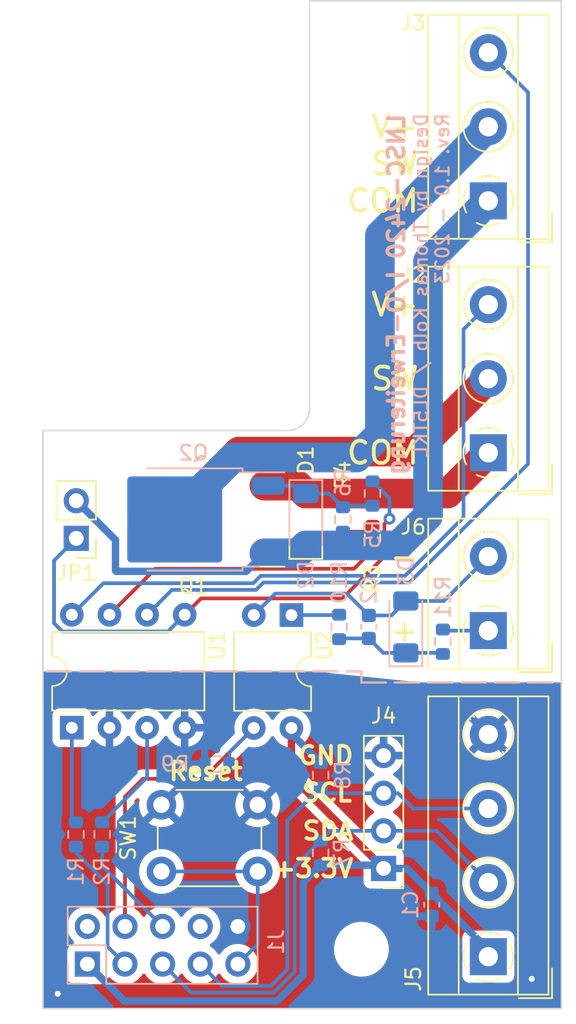
<source format=kicad_pcb>
(kicad_pcb (version 20221018) (generator pcbnew)

  (general
    (thickness 1.6)
  )

  (paper "A4")
  (title_block
    (comment 4 "AISLER Project ID: MMZWVBWR")
  )

  (layers
    (0 "F.Cu" signal)
    (31 "B.Cu" signal)
    (32 "B.Adhes" user "B.Adhesive")
    (33 "F.Adhes" user "F.Adhesive")
    (34 "B.Paste" user)
    (35 "F.Paste" user)
    (36 "B.SilkS" user "B.Silkscreen")
    (37 "F.SilkS" user "F.Silkscreen")
    (38 "B.Mask" user)
    (39 "F.Mask" user)
    (40 "Dwgs.User" user "User.Drawings")
    (41 "Cmts.User" user "User.Comments")
    (42 "Eco1.User" user "User.Eco1")
    (43 "Eco2.User" user "User.Eco2")
    (44 "Edge.Cuts" user)
    (45 "Margin" user)
    (46 "B.CrtYd" user "B.Courtyard")
    (47 "F.CrtYd" user "F.Courtyard")
    (48 "B.Fab" user)
    (49 "F.Fab" user)
    (50 "User.1" user)
    (51 "User.2" user)
    (52 "User.3" user)
    (53 "User.4" user)
    (54 "User.5" user)
    (55 "User.6" user)
    (56 "User.7" user)
    (57 "User.8" user)
    (58 "User.9" user)
  )

  (setup
    (stackup
      (layer "F.SilkS" (type "Top Silk Screen"))
      (layer "F.Paste" (type "Top Solder Paste"))
      (layer "F.Mask" (type "Top Solder Mask") (thickness 0.01))
      (layer "F.Cu" (type "copper") (thickness 0.035))
      (layer "dielectric 1" (type "core") (thickness 1.51) (material "FR4") (epsilon_r 4.5) (loss_tangent 0.02))
      (layer "B.Cu" (type "copper") (thickness 0.035))
      (layer "B.Mask" (type "Bottom Solder Mask") (thickness 0.01))
      (layer "B.Paste" (type "Bottom Solder Paste"))
      (layer "B.SilkS" (type "Bottom Silk Screen"))
      (copper_finish "None")
      (dielectric_constraints no)
    )
    (pad_to_mask_clearance 0)
    (aux_axis_origin 17.5 96)
    (grid_origin 126.215 113.97)
    (pcbplotparams
      (layerselection 0x00010fc_ffffffff)
      (plot_on_all_layers_selection 0x0000000_00000000)
      (disableapertmacros false)
      (usegerberextensions false)
      (usegerberattributes true)
      (usegerberadvancedattributes true)
      (creategerberjobfile true)
      (dashed_line_dash_ratio 12.000000)
      (dashed_line_gap_ratio 3.000000)
      (svgprecision 6)
      (plotframeref false)
      (viasonmask false)
      (mode 1)
      (useauxorigin false)
      (hpglpennumber 1)
      (hpglpenspeed 20)
      (hpglpendiameter 15.000000)
      (dxfpolygonmode true)
      (dxfimperialunits true)
      (dxfusepcbnewfont true)
      (psnegative false)
      (psa4output false)
      (plotreference true)
      (plotvalue true)
      (plotinvisibletext false)
      (sketchpadsonfab false)
      (subtractmaskfromsilk false)
      (outputformat 1)
      (mirror false)
      (drillshape 1)
      (scaleselection 1)
      (outputdirectory "")
    )
  )

  (net 0 "")
  (net 1 "+3.3V")
  (net 2 "GND")
  (net 3 "Net-(C2-Pad1)")
  (net 4 "Net-(C2-Pad2)")
  (net 5 "Net-(D1-Pad1)")
  (net 6 "Net-(D2-Pad1)")
  (net 7 "+5V")
  (net 8 "/GPIO_PA5")
  (net 9 "/GPIO_PA7")
  (net 10 "/SDA")
  (net 11 "/GPIO_PA6")
  (net 12 "/SCL")
  (net 13 "unconnected-(J1-Pad8)")
  (net 14 "/NRST")
  (net 15 "/COMA")
  (net 16 "Net-(J6-Pad1)")
  (net 17 "Net-(JP1-Pad1)")
  (net 18 "Net-(R1-Pad2)")
  (net 19 "Net-(R2-Pad2)")
  (net 20 "Net-(R3-Pad1)")
  (net 21 "Net-(R10-Pad1)")
  (net 22 "/COMB")
  (net 23 "/V+A")
  (net 24 "/SWA")
  (net 25 "/V+B")
  (net 26 "/SWB")

  (footprint "Package_DIP:DIP-4_W7.62mm" (layer "F.Cu") (at 121.49 91.42 -90))

  (footprint "Resistor_SMD:R_0603_1608Metric" (layer "F.Cu") (at 126.965 86.22 90))

  (footprint "Button_Switch_THT:SW_PUSH_6mm" (layer "F.Cu") (at 112.715 104.22))

  (footprint "TerminalBlock_MetzConnect:TerminalBlock_MetzConnect_Type055_RT01502HDWU_1x02_P5.00mm_Horizontal" (layer "F.Cu") (at 134.785 92.47 90))

  (footprint "Package_DIP:DIP-8_W7.62mm" (layer "F.Cu") (at 106.665 99.02 90))

  (footprint "Connector_PinHeader_2.54mm:PinHeader_1x04_P2.54mm_Vertical" (layer "F.Cu") (at 127.715 108.52 180))

  (footprint "Diode_SMD:D_MiniMELF" (layer "F.Cu") (at 122.465 84.97 90))

  (footprint "TerminalBlock_MetzConnect:TerminalBlock_MetzConnect_Type055_RT01504HDWU_1x04_P5.00mm_Horizontal" (layer "F.Cu") (at 134.785 114.47 90))

  (footprint "Connector_PinHeader_2.54mm:PinHeader_1x02_P2.54mm_Vertical" (layer "F.Cu") (at 106.965 86.245 180))

  (footprint "TerminalBlock_MetzConnect:TerminalBlock_MetzConnect_Type055_RT01503HDWU_1x03_P5.00mm_Horizontal" (layer "F.Cu") (at 134.785 63.47 90))

  (footprint "TerminalBlock_MetzConnect:TerminalBlock_MetzConnect_Type055_RT01503HDWU_1x03_P5.00mm_Horizontal" (layer "F.Cu") (at 134.785 80.47 90))

  (footprint "Package_TO_SOT_SMD:TO-252-2" (layer "F.Cu") (at 114.875 84.97 180))

  (footprint "Resistor_SMD:R_0603_1608Metric" (layer "F.Cu") (at 124.965 84.97 90))

  (footprint "MountingHole:MountingHole_3.2mm_M3" (layer "F.Cu") (at 126.215 113.97))

  (footprint "MountingHole:MountingHole_3.2mm_M3_DIN965" (layer "F.Cu") (at 126.215 53.97))

  (footprint "Resistor_SMD:R_0603_1608Metric" (layer "B.Cu") (at 131.715 93.22 90))

  (footprint "Resistor_SMD:R_0603_1608Metric" (layer "B.Cu") (at 108.715 106.22 90))

  (footprint "Resistor_SMD:R_0603_1608Metric" (layer "B.Cu") (at 116.465 101.47))

  (footprint "Capacitor_SMD:C_0603_1608Metric" (layer "B.Cu") (at 126.715 92.22 -90))

  (footprint "Package_TO_SOT_SMD:TO-252-2" (layer "B.Cu") (at 114.875 84.97 180))

  (footprint "Resistor_SMD:R_0603_1608Metric" (layer "B.Cu") (at 124.965 84.97 -90))

  (footprint "Resistor_SMD:R_0603_1608Metric" (layer "B.Cu") (at 126.965 83.22 -90))

  (footprint "Diode_SMD:D_MiniMELF" (layer "B.Cu") (at 129.215 92.22 90))

  (footprint "Resistor_SMD:R_0603_1608Metric" (layer "B.Cu") (at 123.465 107.47 90))

  (footprint "Resistor_SMD:R_0603_1608Metric" (layer "B.Cu") (at 123.465 102.22 -90))

  (footprint "Capacitor_SMD:C_0603_1608Metric" (layer "B.Cu") (at 130.965 110.97 -90))

  (footprint "Diode_SMD:D_MiniMELF" (layer "B.Cu") (at 122.465 84.97 -90))

  (footprint "Resistor_SMD:R_0603_1608Metric" (layer "B.Cu") (at 124.715 92.22 -90))

  (footprint "Resistor_SMD:R_0603_1608Metric" (layer "B.Cu") (at 106.945 106.22 90))

  (footprint "Connector_PinSocket_2.54mm:PinSocket_2x05_P2.54mm_Vertical" (layer "B.Cu") (at 107.715 114.97 -90))

  (gr_line (start 126.215 95.97) (end 139.465 95.97)
    (stroke (width 0.15) (type dash)) (layer "B.SilkS") (tstamp 2ba19a51-7ae4-4366-ba9b-20337b131fc9))
  (gr_line (start 126.215 95.22) (end 126.215 95.97)
    (stroke (width 0.15) (type dash)) (layer "B.SilkS") (tstamp 3b871d72-a3bf-4e12-a53b-31b84b275297))
  (gr_line (start 104.965 95.22) (end 126.215 95.22)
    (stroke (width 0.15) (type dash)) (layer "B.SilkS") (tstamp a9bbbe51-2c9c-49bc-857d-a995cd41e896))
  (gr_line (start 126.215 95.22) (end 126.215 95.97)
    (stroke (width 0.15) (type dash)) (layer "F.SilkS") (tstamp 6f41132b-d744-48af-a8f6-8822a5e16c76))
  (gr_line (start 104.965 95.22) (end 126.215 95.22)
    (stroke (width 0.15) (type dash)) (layer "F.SilkS") (tstamp 95869746-f9a4-4d2c-9af9-5086eecb06ca))
  (gr_line (start 126.215 95.97) (end 139.465 95.97)
    (stroke (width 0.15) (type dash)) (layer "F.SilkS") (tstamp cae8f220-feb7-4d45-af99-d3318e145d5f))
  (gr_arc (start 122.715 77.47) (mid 122.27566 78.53066) (end 121.215 78.97)
    (stroke (width 0.1) (type default)) (layer "Edge.Cuts") (tstamp 030a027a-9acd-4525-b5c0-a700f359ca1b))
  (gr_line (start 121.215 78.97) (end 104.715 78.97)
    (stroke (width 0.1) (type solid)) (layer "Edge.Cuts") (tstamp 35e11acd-f4f1-4341-975c-1ee0e7109e91))
  (gr_line (start 104.715 78.97) (end 104.715 117.97)
    (stroke (width 0.1) (type solid)) (layer "Edge.Cuts") (tstamp 68078a17-fa53-4597-a36b-f970063078a5))
  (gr_line (start 139.715 117.97) (end 139.715 49.97)
    (stroke (width 0.1) (type solid)) (layer "Edge.Cuts") (tstamp 88ee980b-5e82-428f-acf0-73225fcb6036))
  (gr_line (start 122.715 49.97) (end 122.715 77.47)
    (stroke (width 0.1) (type solid)) (layer "Edge.Cuts") (tstamp 9f631020-5b08-4399-abea-ff31d4c1f972))
  (gr_line (start 139.715 49.97) (end 122.715 49.97)
    (stroke (width 0.1) (type solid)) (layer "Edge.Cuts") (tstamp b537c198-98c4-4d40-ad72-3000a2954809))
  (gr_line (start 104.715 117.97) (end 139.715 117.97)
    (stroke (width 0.1) (type solid)) (layer "Edge.Cuts") (tstamp e529be16-899b-4739-8a66-90977aef7f8d))
  (gr_text "LNSC-2420 I/O-Erweiterung" (at 129.215 57.47 90) (layer "B.SilkS") (tstamp 058ed881-841b-4c0f-b9f6-561fae9c3643)
    (effects (font (size 1.1 1.1) (thickness 0.25) bold) (justify left bottom mirror))
  )
  (gr_text "Design by Thomas Kolb / DL5TKL\nRev. 1.0 - 2023" (at 132.215 57.47 90) (layer "B.SilkS") (tstamp 0b5a10f8-b329-4ebd-a681-571a34dece0b)
    (effects (font (size 0.9 0.9) (thickness 0.15)) (justify left bottom mirror))
  )
  (gr_text "SW" (at 130.215 75.47) (layer "F.SilkS") (tstamp 032dc4d1-294a-41cb-910a-8bf343c4a157)
    (effects (font (size 1.5 1.5) (thickness 0.25)) (justify right))
  )
  (gr_text "SDA" (at 125.81 105.98) (layer "F.SilkS") (tstamp 0b8b3a5d-a9e0-402c-805b-02a1d7e37614)
    (effects (font (size 1.2 1.2) (thickness 0.25)) (justify right))
  )
  (gr_text "SW" (at 130.215 60.97) (layer "F.SilkS") (tstamp 0e8ece52-eaae-4561-bb88-967a6c1f0c51)
    (effects (font (size 1.5 1.5) (thickness 0.25)) (justify right))
  )
  (gr_text "+" (at 130.215 92.47) (layer "F.SilkS") (tstamp 207a34bf-ed42-4376-ac4c-a11a1a86b95b)
    (effects (font (size 1.5 1.5) (thickness 0.25)) (justify right))
  )
  (gr_text "SCL" (at 125.715 103.41) (layer "F.SilkS") (tstamp 4f597f6f-e4ff-4e29-b5cf-5d5a104e3cfd)
    (effects (font (size 1.2 1.2) (thickness 0.25)) (justify right))
  )
  (gr_text "V+" (at 130.215 58.47) (layer "F.SilkS") (tstamp 9e33723d-1e6e-4906-aa02-7b64f4a93780)
    (effects (font (size 1.5 1.5) (thickness 0.25)) (justify right))
  )
  (gr_text "-" (at 130.215 87.47) (layer "F.SilkS") (tstamp a92ae0ce-251f-4b95-b5c3-3acc68dba005)
    (effects (font (size 1.5 1.5) (thickness 0.25)) (justify right))
  )
  (gr_text "COM" (at 130.215 63.47) (layer "F.SilkS") (tstamp bbb0e7a0-75ef-444e-8435-ec6133e33da7)
    (effects (font (size 1.5 1.5) (thickness 0.25)) (justify right))
  )
  (gr_text "+3.3V" (at 125.81 108.52) (layer "F.SilkS") (tstamp c626ff81-1e58-4033-958a-193398533a98)
    (effects (font (size 1.2 1.2) (thickness 0.25)) (justify right))
  )
  (gr_text "Reset" (at 115.715 101.97) (layer "F.SilkS") (tstamp cc90af8b-a85e-4c88-9ecc-a2c9016b3fe3)
    (effects (font (size 1.2 1.2) (thickness 0.25)))
  )
  (gr_text "GND" (at 125.81 100.9) (layer "F.SilkS") (tstamp d095cc23-523b-4cae-9a33-9e4a67f89221)
    (effects (font (size 1.2 1.2) (thickness 0.25)) (justify right))
  )
  (gr_text "COM" (at 130.215 80.47) (layer "F.SilkS") (tstamp dcb9754f-750b-4035-9e53-4d72d34a99db)
    (effects (font (size 1.5 1.5) (thickness 0.25)) (justify right))
  )
  (gr_text "V+" (at 130.215 70.47) (layer "F.SilkS") (tstamp f167f9d5-b81c-4882-8948-c05821f966e4)
    (effects (font (size 1.5 1.5) (thickness 0.25)) (justify right))
  )

  (segment (start 121.49 99.04) (end 121.49 102.295) (width 0.5) (layer "F.Cu") (net 1) (tstamp 7e1f4873-1b34-4c2b-811e-e44debe81283))
  (segment (start 121.49 102.295) (end 127.715 108.52) (width 0.5) (layer "F.Cu") (net 1) (tstamp e306245d-e7e8-4eff-979c-779965d232d3))
  (segment (start 107.715 114.97) (end 110.215 117.47) (width 0.5) (layer "B.Cu") (net 1) (tstamp 04d2a186-e02f-45bf-9393-32ef274b01f4))
  (segment (start 127.715 108.52) (end 129.29 108.52) (width 0.5) (layer "B.Cu") (net 1) (tstamp 570209b3-8ec6-4aaa-80d4-2976007d4013))
  (segment (start 129.29 108.52) (end 130.965 110.195) (width 0.5) (layer "B.Cu") (net 1) (tstamp 6de627ff-6da7-434d-8e6d-64393a0cfa71))
  (segment (start 134.785 114.47) (end 134.785 114.015) (width 0.5) (layer "B.Cu") (net 1) (tstamp 7c74c9ea-c34f-4ebd-bd16-aeef04ea924b))
  (segment (start 134.785 114.015) (end 130.965 110.195) (width 0.5) (layer "B.Cu") (net 1) (tstamp 921b1f29-3c53-4ced-b324-00183c599f2b))
  (segment (start 127.49 108.295) (end 127.715 108.52) (width 0.5) (layer "B.Cu") (net 1) (tstamp 9252481b-3799-4923-b0bd-94e75fc275bf))
  (segment (start 110.215 117.47) (end 120.527468 117.47) (width 0.5) (layer "B.Cu") (net 1) (tstamp 96b83701-8b59-411a-928c-cc60e1f8eec6))
  (segment (start 123.465 108.295) (end 127.49 108.295) (width 0.5) (layer "B.Cu") (net 1) (tstamp aa0557da-1a8f-4c0a-9ae7-4fc6ba0702f8))
  (segment (start 122.289501 115.707967) (end 122.289501 109.470499) (width 0.5) (layer "B.Cu") (net 1) (tstamp abff66d7-c3af-4d72-a2ab-93bf635ba12d))
  (segment (start 122.289501 109.470499) (end 123.465 108.295) (width 0.5) (layer "B.Cu") (net 1) (tstamp afe6aaf1-b33f-4863-983d-3fc5e7c662bf))
  (segment (start 121.49 99.42) (end 123.465 101.395) (width 0.5) (layer "B.Cu") (net 1) (tstamp b7a5b2ed-b55b-4381-a6f6-e9295a312155))
  (segment (start 120.527468 117.47) (end 122.289501 115.707967) (width 0.5) (layer "B.Cu") (net 1) (tstamp bfb15379-67ce-4e3c-b240-8aac905eaff9))
  (segment (start 121.49 99.04) (end 121.49 99.42) (width 0.5) (layer "B.Cu") (net 1) (tstamp f7bf0c8e-6211-43c6-866e-8ea3b40faa54))
  (via (at 137.715 115.97) (size 0.8) (drill 0.4) (layers "F.Cu" "B.Cu") (free) (net 2) (tstamp 4610faf1-2611-4795-9875-1d71c214f572))
  (via (at 105.715 116.97) (size 0.8) (drill 0.4) (layers "F.Cu" "B.Cu") (free) (net 2) (tstamp ec7dd1dc-ca1e-4036-8d3d-c0c10497affb))
  (segment (start 120.4 89.97) (end 118.95 91.42) (width 0.25) (layer "B.Cu") (net 3) (tstamp 06aa506e-2a0b-4261-a371-a8fb7db2f8bd))
  (segment (start 125.24 89.97) (end 120.4 89.97) (width 0.25) (layer "B.Cu") (net 3) (tstamp 17c42825-afdd-4e3d-8892-08902fd0f179))
  (segment (start 126.715 91.445) (end 125.24 89.97) (width 0.25) (layer "B.Cu") (net 3) (tstamp 1b61e202-0789-46c2-8cda-67cd17bb6931))
  (segment (start 129.215 90.47) (end 131.785 90.47) (width 0.25) (layer "B.Cu") (net 3) (tstamp 2c5c2a83-dead-43c8-90db-160ae066d582))
  (segment (start 128.24 91.445) (end 126.715 91.445) (width 0.25) (layer "B.Cu") (net 3) (tstamp 33999ba5-f506-4b8e-a28c-15316bd9fb59))
  (segment (start 129.215 90.47) (end 128.24 91.445) (width 0.25) (layer "B.Cu") (net 3) (tstamp 4a0f5430-8fc4-472b-b0c9-37e5973c3956))
  (segment (start 131.785 90.47) (end 134.785 87.47) (width 0.25) (layer "B.Cu") (net 3) (tstamp cdd8ea43-6c5c-4b21-a38c-6de41650badd))
  (segment (start 126.715 92.995) (end 124.765 92.995) (width 0.25) (layer "B.Cu") (net 4) (tstamp 280b0aff-6d06-482e-b3e5-63df2ae42b23))
  (segment (start 131.64 93.97) (end 129.215 93.97) (width 0.25) (layer "B.Cu") (net 4) (tstamp 59219c3f-36ab-4732-ae15-ce5fdbb6b359))
  (segment (start 131.715 94.045) (end 131.64 93.97) (width 0.25) (layer "B.Cu") (net 4) (tstamp 82047752-c63b-4779-87cf-c02b2151d992))
  (segment (start 124.765 92.995) (end 124.715 93.045) (width 0.25) (layer "B.Cu") (net 4) (tstamp 9d6c8caa-653b-44cc-a848-f27498abd83b))
  (segment (start 129.215 93.97) (end 127.69 93.97) (width 0.25) (layer "B.Cu") (net 4) (tstamp acf8d619-6634-4694-91c7-1a330d27fb45))
  (segment (start 127.69 93.97) (end 126.715 92.995) (width 0.25) (layer "B.Cu") (net 4) (tstamp f9b5f9a8-8f37-4328-a4ad-56834a6194c9))
  (segment (start 119.665 87.25) (end 121.935 87.25) (width 0.25) (layer "F.Cu") (net 5) (tstamp 0064003c-7e18-4048-a3e2-b10803e3e8b8))
  (segment (start 121.935 87.25) (end 122.465 86.72) (width 0.25) (layer "F.Cu") (net 5) (tstamp 3c66ad0e-ad74-4484-9c52-8f21b865c622))
  (segment (start 122.465 86.72) (end 124.04 86.72) (width 0.25) (layer "F.Cu") (net 5) (tstamp 5e630e5f-a72b-4d7e-9f1a-134c9d6e37c5))
  (segment (start 124.965 85.795) (end 126.565 85.795) (width 0.25) (layer "F.Cu") (net 5) (tstamp 825d00b2-b5be-4650-9bae-064e50431c45))
  (segment (start 124.04 86.72) (end 124.965 85.795) (width 0.25) (layer "F.Cu") (net 5) (tstamp 899ee566-8ed4-43e2-a780-94da3cd89ef7))
  (segment (start 126.565 85.795) (end 126.965 85.395) (width 0.25) (layer "F.Cu") (net 5) (tstamp fe8c6709-182b-4223-85e1-b789a3b76030))
  (segment (start 126.965 84.045) (end 125.065 84.045) (width 0.25) (layer "B.Cu") (net 6) (tstamp 3c3a1dbc-308a-4fb8-b8cb-4145d158531e))
  (segment (start 124.04 83.22) (end 124.965 84.145) (width 0.25) (layer "B.Cu") (net 6) (tstamp 483d53f6-3710-4723-9a60-58eabbac5780))
  (segment (start 121.935 82.69) (end 122.465 83.22) (width 0.25) (layer "B.Cu") (net 6) (tstamp 5913aefd-c576-469c-90b2-bddc2cc187e9))
  (segment (start 125.065 84.045) (end 124.965 84.145) (width 0.25) (layer "B.Cu") (net 6) (tstamp a59bdcf1-09bd-4fac-801a-70d32703a221))
  (segment (start 122.465 83.22) (end 124.04 83.22) (width 0.25) (layer "B.Cu") (net 6) (tstamp da3ba328-b888-49fd-bcc5-22fba7d7fe39))
  (segment (start 119.665 82.69) (end 121.935 82.69) (width 0.25) (layer "B.Cu") (net 6) (tstamp f0cece02-367a-426e-b769-8be0c6c25a79))
  (segment (start 109.08 109.585) (end 106.945 107.45) (width 0.25) (layer "B.Cu") (net 8) (tstamp 1ceac0a7-6ccd-40f2-ad13-d0dadf7337a5))
  (segment (start 106.945 107.45) (end 106.945 107.045) (width 0.25) (layer "B.Cu") (net 8) (tstamp 93cffd01-215e-4e94-b0a6-360fd260f141))
  (segment (start 109.08 113.795) (end 109.08 109.585) (width 0.25) (layer "B.Cu") (net 8) (tstamp f2b92248-2ca6-4407-a664-9e0e665420ed))
  (segment (start 110.255 114.97) (end 109.08 113.795) (width 0.25) (layer "B.Cu") (net 8) (tstamp f7984430-f314-4844-9b53-4ab7a154d912))
  (segment (start 115.52 102.47) (end 118.95 99.04) (width 0.25) (layer "F.Cu") (net 9) (tstamp 2a26b6a1-1b70-4537-853d-c2b53a31ebec))
  (segment (start 111.465 102.47) (end 115.52 102.47) (width 0.25) (layer "F.Cu") (net 9) (tstamp b596a072-1fc3-4a2e-acb1-d4d4bc1c01f4))
  (segment (start 110.255 112.43) (end 110.255 103.68) (width 0.25) (layer "F.Cu") (net 9) (tstamp cb1bd8ab-38c4-4f34-a257-9bc294f3bc76))
  (segment (start 110.255 103.68) (end 111.465 102.47) (width 0.25) (layer "F.Cu") (net 9) (tstamp e2dc8218-c427-42c3-9a57-2e69cd221fc8))
  (segment (start 117.29 100.7) (end 118.95 99.04) (width 0.25) (layer "B.Cu") (net 9) (tstamp 42d7b921-975e-40d0-98b8-55d75e522cfe))
  (segment (start 117.29 101.47) (end 117.29 100.7) (width 0.25) (layer "B.Cu") (net 9) (tstamp 7e2e2d2b-8ec1-4eb2-8465-cff69cbce043))
  (segment (start 121.715 115.47) (end 120.289501 116.895499) (width 0.25) (layer "B.Cu") (net 10) (tstamp 0fdd5a3e-4d33-4502-a3e4-39316197a472))
  (segment (start 121.715 115.47) (end 121.715 108.395) (width 0.25) (layer "B.Cu") (net 10) (tstamp 49dbb81b-dd18-4ad7-b32c-2f6b9a01d0e9))
  (segment (start 124.13 105.98) (end 127.715 105.98) (width 0.25) (layer "B.Cu") (net 10) (tstamp 577a858d-bb78-45d3-96e3-a3991a5e4002))
  (segment (start 120.289501 116.895499) (end 114.720499 116.895499) (width 0.25) (layer "B.Cu") (net 10) (tstamp 65d9fc90-508e-4506-a63c-8e1f332b09c8))
  (segment (start 131.295 105.98) (end 134.785 109.47) (width 0.25) (layer "B.Cu") (net 10) (tstamp c5ef6109-a25d-4a1d-a809-c1c039d7ee62))
  (segment (start 121.715 108.395) (end 123.465 106.645) (width 0.25) (layer "B.Cu") (net 10) (tstamp cb2fce16-5f4d-4f95-a205-414390d701e2))
  (segment (start 123.465 106.645) (end 124.13 105.98) (width 0.25) (layer "B.Cu") (net 10) (tstamp da292654-6daa-4e63-9e4c-beac67acb625))
  (segment (start 127.715 105.98) (end 131.295 105.98) (width 0.25) (layer "B.Cu") (net 10) (tstamp e2daa3d0-5543-4422-af9d-223d1ed3d917))
  (segment (start 114.720499 116.895499) (end 112.795 114.97) (width 0.25) (layer "B.Cu") (net 10) (tstamp e5ad4d31-991d-4472-b07b-37b003c74844))
  (segment (start 112.795 112.43) (end 108.715 108.35) (width 0.25) (layer "B.Cu") (net 11) (tstamp 6a7b4c63-e73c-4387-b4f0-b4998cb880a7))
  (segment (start 108.715 108.35) (end 108.715 107.045) (width 0.25) (layer "B.Cu") (net 11) (tstamp 98d79aba-3151-4e84-825f-b1abfb6b4554))
  (segment (start 134.785 104.47) (end 129.715 104.47) (width 0.25) (layer "B.Cu") (net 12) (tstamp 22b2b082-9c20-4ceb-b20d-ac4da80a081e))
  (segment (start 116.810998 116.445998) (end 120.102606 116.445998) (width 0.25) (layer "B.Cu") (net 12) (tstamp 29ab33d6-40e9-495a-9f67-df0292eea923))
  (segment (start 127.715 103.44) (end 128.685 103.44) (width 0.25) (layer "B.Cu") (net 12) (tstamp 330f5ef6-1775-4a50-bbcb-d4df963b81c2))
  (segment (start 128.685 103.44) (end 129.465 104.22) (width 0.25) (layer "B.Cu") (net 12) (tstamp 5c6acd9e-2b36-4927-8f32-7a2af3bc9f02))
  (segment (start 121.215 115.333604) (end 121.215 105.295) (width 0.25) (layer "B.Cu") (net 12) (tstamp 6496c977-edda-43dc-8613-6426552fe1d7))
  (segment (start 129.715 104.47) (end 129.215 103.97) (width 0.25) (layer "B.Cu") (net 12) (tstamp 6af09d45-999a-484c-99ce-00f1a612c42b))
  (segment (start 123.465 103.045) (end 123.86 103.44) (width 0.25) (layer "B.Cu") (net 12) (tstamp 7430b5fa-2dfd-4764-bcad-1f555de66140))
  (segment (start 115.335 114.97) (end 116.810998 116.445998) (width 0.25) (layer "B.Cu") (net 12) (tstamp 890b2518-14a4-4235-a40e-5811d9da6220))
  (segment (start 120.102606 116.445998) (end 121.215 115.333604) (width 0.25) (layer "B.Cu") (net 12) (tstamp 8ddc1ef8-7246-4a62-be43-e91e31b2b86d))
  (segment (start 123.86 103.44) (end 127.715 103.44) (width 0.25) (layer "B.Cu") (net 12) (tstamp 95d1ae65-afbd-45c4-8093-43be8ba4e179))
  (segment (start 121.215 105.295) (end 123.465 103.045) (width 0.25) (layer "B.Cu") (net 12) (tstamp f79ef529-3ddf-4e89-956f-42b1e8941ef5))
  (segment (start 119.215 113.63) (end 119.215 108.72) (width 0.25) (layer "B.Cu") (net 14) (tstamp 2203503c-308f-4e21-9cb5-e2fe6e661b2f))
  (segment (start 117.875 114.97) (end 119.215 113.63) (width 0.25) (layer "B.Cu") (net 14) (tstamp 3a6f6e34-49da-41c5-8d0c-d73d4dc00de2))
  (segment (start 119.215 108.72) (end 112.715 108.72) (width 0.25) (layer "B.Cu") (net 14) (tstamp ad023b84-c243-42b3-8224-77026aba296a))
  (segment (start 121.935 82.69) (end 122.465 83.22) (width 2) (layer "F.Cu") (net 15) (tstamp 0358890b-8a88-422d-be57-0d3234ee489c))
  (segment (start 132.035 83.22) (end 134.785 80.47) (width 2) (layer "F.Cu") (net 15) (tstamp c1d3b9c9-e80c-4709-a42e-1fb6bc70b7ff))
  (segment (start 122.465 83.22) (end 132.035 83.22) (width 2) (layer "F.Cu") (net 15) (tstamp e04a514d-b650-45f5-a009-f2a27eff7077))
  (segment (start 119.665 82.69) (end 121.935 82.69) (width 2) (layer "F.Cu") (net 15) (tstamp f7ad522e-a822-4fee-aa27-62af89fcbcea))
  (segment (start 131.715 92.395) (end 131.79 92.47) (width 0.25) (layer "B.Cu") (net 16) (tstamp a931abe2-0408-42ae-9f82-290c8f9e517f))
  (segment (start 131.79 92.47) (end 134.785 92.47) (width 0.25) (layer "B.Cu") (net 16) (tstamp f6fde837-ee15-4890-befb-3a81c7c94831))
  (segment (start 127.765 85.266544) (end 127.765 87.462462) (width 0.25) (layer "F.Cu") (net 17) (tstamp 1d96f689-b3fd-43c5-aa0d-f806b9d782f4))
  (segment (start 128.112044 84.9195) (end 127.765 85.266544) (width 0.25) (layer "F.Cu") (net 17) (tstamp 4b10a86a-2a9b-4505-a666-e30c381c85f4))
  (segment (start 127.765 87.462462) (end 124.932462 90.295) (width 0.25) (layer "F.Cu") (net 17) (tstamp 92677d8a-3676-4fa7-bbc6-ba0e1938fdcc))
  (segment (start 115.39 90.295) (end 114.285 91.4) (width 0.25) (layer "F.Cu") (net 17) (tstamp cf17aca6-5c09-4530-b158-c431f010c492))
  (segment (start 124.932462 90.295) (end 115.39 90.295) (width 0.25) (layer "F.Cu") (net 17) (tstamp f4c0f02a-af5a-46ff-be83-48bb197cc70f))
  (via (at 128.112044 84.9195) (size 0.8) (drill 0.4) (layers "F.Cu" "B.Cu") (net 17) (tstamp 758a9ff0-2593-4a68-9efd-364c0f0d99f4))
  (segment (start 113.16 92.525) (end 106.02 92.525) (width 0.25) (layer "B.Cu") (net 17) (tstamp 176da3ab-7d87-44e0-9625-f11c2de7425f))
  (segment (start 106.02 92.525) (end 105.465 91.97) (width 0.25) (layer "B.Cu") (net 17) (tstamp 17964614-1bb4-440c-abbb-0f3f91640b77))
  (segment (start 128.112044 83.542044) (end 128.112044 84.9195) (width 0.25) (layer "B.Cu") (net 17) (tstamp 1ce13529-d120-4df9-884c-c7428361b4b6))
  (segment (start 105.465 91.97) (end 105.465 87.745) (width 0.25) (layer "B.Cu") (net 17) (tstamp 70276a57-56cf-4aba-a4aa-e630b3df37dc))
  (segment (start 126.965 82.395) (end 128.112044 83.542044) (width 0.25) (layer "B.Cu") (net 17) (tstamp a1fe596d-ccce-4928-b099-471c0f9b9dfd))
  (segment (start 114.285 91.4) (end 113.16 92.525) (width 0.25) (layer "B.Cu") (net 17) (tstamp aa9f0ced-f7af-4ba1-b82a-38b66d2f5e78))
  (segment (start 105.465 87.745) (end 106.965 86.245) (width 0.25) (layer "B.Cu") (net 17) (tstamp cc4fee49-9d8b-4363-b6ea-adc981b51cea))
  (segment (start 106.945 105.395) (end 106.665 105.115) (width 0.25) (layer "B.Cu") (net 18) (tstamp 84ed182a-1e79-4dcf-b199-e88c7f5d29b6))
  (segment (start 106.665 105.115) (end 106.665 99.02) (width 0.25) (layer "B.Cu") (net 18) (tstamp b53ec40a-d3e7-4c78-b21d-aece70876db6))
  (segment (start 111.745 102.365) (end 111.745 99.02) (width 0.25) (layer "B.Cu") (net 19) (tstamp 50c58b0e-36d0-4186-b195-140627e7efa2))
  (segment (start 108.715 105.395) (end 111.745 102.365) (width 0.25) (layer "B.Cu") (net 19) (tstamp cfe56e4f-4560-4b5c-8511-2c5cf00ea90c))
  (segment (start 126.965 87.045) (end 125.715 88.295) (width 0.25) (layer "F.Cu") (net 20) (tstamp 4f753e38-43b6-49ba-9964-2c1ae1636d1f))
  (segment (start 125.715 88.295) (end 112.31 88.295) (width 0.25) (layer "F.Cu") (net 20) (tstamp 6144b55d-37e6-469f-acce-e921be9c93c7))
  (segment (start 112.31 88.295) (end 109.205 91.4) (width 0.25) (layer "F.Cu") (net 20) (tstamp b16f0ba3-cfc7-4178-8c86-dcf7eaf39197))
  (segment (start 121.49 91.42) (end 124.69 91.42) (width 0.25) (layer "B.Cu") (net 21) (tstamp 9550bcb1-759e-48eb-acbf-9d01ef4e05e7))
  (segment (start 124.69 91.42) (end 124.715 91.395) (width 0.25) (layer "B.Cu") (net 21) (tstamp f34c1158-084b-45eb-84d5-12337fc3fdce))
  (segment (start 128.715 86.72) (end 130.715 84.72) (width 2) (layer "B.Cu") (net 22) (tstamp 076acf45-c178-4c5d-ba12-edd87285798f))
  (segment (start 109.615 88.42) (end 109.665 88.47) (width 0.5) (layer "B.Cu") (net 22) (tstamp 16b6056f-2810-41e2-ae35-e97b4a66bee1))
  (segment (start 109.615 86.355) (end 109.615 88.42) (width 0.5) (layer "B.Cu") (net 22) (tstamp 21cd3d5d-667c-441b-b76d-e00da02adb25))
  (segment (start 106.965 83.705) (end 109.615 86.355) (width 0.5) (layer "B.Cu") (net 22) (tstamp 5e2fc08d-2851-480c-920f-401af72a8644))
  (segment (start 118.445 88.47) (end 119.665 87.25) (width 0.5) (layer "B.Cu") (net 22) (tstamp 79ae1e1f-3bf4-4c47-a408-d5c8211284f3))
  (segment (start 121.935 87.25) (end 122.465 86.72) (width 2) (layer "B.Cu") (net 22) (tstamp 921b7a88-deaf-4572-a2fc-703a7c9bdc75))
  (segment (start 124.965 86.72) (end 128.715 86.72) (width 2) (layer "B.Cu") (net 22) (tstamp 94befafc-94c3-419f-b7f0-0423af688115))
  (segment (start 122.465 86.72) (end 124.965 86.72) (width 2) (layer "B.Cu") (net 22) (tstamp 94dda9f8-d0dc-4c59-9b28-220bf8d6d879))
  (segment (start 130.715 84.72) (end 130.715 67.54) (width 2) (layer "B.Cu") (net 22) (tstamp bf7bc720-71df-4a25-b9ca-094c9a5be2a4))
  (segment (start 119.665 87.25) (end 121.935 87.25) (width 2) (layer "B.Cu") (net 22) (tstamp c3d8d96c-539f-41e7-91cf-394e4e9d1e89))
  (segment (start 124.965 85.795) (end 124.965 86.72) (width 0.5) (layer "B.Cu") (net 22) (tstamp d2afa74a-a63e-4ebf-bbe0-3885a70c5c3e))
  (segment (start 109.665 88.47) (end 118.445 88.47) (width 0.5) (layer "B.Cu") (net 22) (tstamp e7fbf765-ed18-4e1d-bc4d-7a0303380a51))
  (segment (start 130.715 67.54) (end 134.785 63.47) (width 2) (layer "B.Cu") (net 22) (tstamp ed973ba8-82b2-49aa-adc3-aa4be656ecec))
  (segment (start 129.164501 88.770499) (end 133.11 84.825) (width 0.25) (layer "B.Cu") (net 23) (tstamp 10dbbc48-2d2d-490d-a13d-78933d31dc6e))
  (segment (start 133.11 84.825) (end 133.11 72.145) (width 0.25) (layer "B.Cu") (net 23) (tstamp 1e254b2c-1a05-483c-8fb8-a880659a5c88))
  (segment (start 108.794501 89.270499) (end 118.915207 89.270499) (width 0.25) (layer "B.Cu") (net 23) (tstamp 3c471f6a-210b-4c37-8d18-b27c08f1097c))
  (segment (start 106.665 91.4) (end 108.794501 89.270499) (width 0.25) (layer "B.Cu") (net 23) (tstamp 63e41761-18d8-47d9-b89f-af5093a8ea08))
  (segment (start 118.915207 89.270499) (end 119.415207 88.770499) (width 0.25) (layer "B.Cu") (net 23) (tstamp 7960f693-d75a-4cef-a0f7-50e1b5eb96bb))
  (segment (start 133.11 72.145) (end 134.785 70.47) (width 0.25) (layer "B.Cu") (net 23) (tstamp cca3f5cb-8e21-48b3-b40b-fa750f698eae))
  (segment (start 119.415207 88.770499) (end 129.164501 88.770499) (width 0.25) (layer "B.Cu") (net 23) (tstamp e23693b8-cee4-4999-876c-c549631e8150))
  (segment (start 129.865 80.39) (end 134.785 75.47) (width 2) (layer "F.Cu") (net 24) (tstamp 4da4563d-bf81-441e-882d-e07e25183a7e))
  (segment (start 117.945 80.39) (end 129.865 80.39) (width 2) (layer "F.Cu") (net 24) (tstamp 74d56ae8-11da-46b4-90b4-3fbc2d72efe8))
  (segment (start 113.365 84.97) (end 117.945 80.39) (width 2) (layer "F.Cu") (net 24) (tstamp ea385f71-eee1-4435-98a6-fa673887c487))
  (segment (start 113.425 89.72) (end 119.101396 89.72) (width 0.25) (layer "B.Cu") (net 25) (tstamp 225002c8-733e-4459-9c68-c651114f89fa))
  (segment (start 119.101396 89.72) (end 119.601396 89.22) (width 0.25) (layer "B.Cu") (net 25) (tstamp 52ed71c7-64fa-467c-83e2-643fb27400a2))
  (segment (start 129.465 89.22) (end 137.465 81.22) (width 0.25) (layer "B.Cu") (net 25) (tstamp 687a7362-9b2f-4955-b406-ca7a170022d6))
  (segment (start 111.745 91.4) (end 113.425 89.72) (width 0.25) (layer "B.Cu") (net 25) (tstamp ba26e2df-e6ae-4a6f-a829-fbe7a389d98c))
  (segment (start 137.465 56.15) (end 134.785 53.47) (width 0.25) (layer "B.Cu") (net 25) (tstamp e8c7c9f6-8fd7-422d-963a-976a224d724c))
  (segment (start 137.465 81.22) (end 137.465 56.15) (width 0.25) (layer "B.Cu") (net 25) (tstamp edddda29-a6ad-428c-8232-1918ef8c7840))
  (segment (start 119.601396 89.22) (end 129.465 89.22) (width 0.25) (layer "B.Cu") (net 25) (tstamp efb62c94-4895-4c13-9a47-4ef0c434fa1d))
  (segment (start 113.365 84.97) (end 117.545 80.79) (width 2) (layer "B.Cu") (net 26) (tstamp 318c58fb-e1f4-4d30-896d-0df15f8e83d4))
  (segment (start 117.545 80.79) (end 125.895 80.79) (width 2) (layer "B.Cu") (net 26) (tstamp 3aa1c884-f3c5-4b36-8332-ea3c5e1b8bf7))
  (segment (start 125.895 80.79) (end 127.465 79.22) (width 2) (layer "B.Cu") (net 26) (tstamp 4eb229bf-fb43-417f-a566-512acd5fe123))
  (segment (start 127.465 65.79) (end 134.785 58.47) (width 2) (layer "B.Cu") (net 26) (tstamp e91bed50-7f9e-43d2-aedd-85d210f3264e))
  (segment (start 127.465 79.22) (end 127.465 65.79) (width 2) (layer "B.Cu") (net 26) (tstamp f87371f8-84ba-4b3b-99b9-b991f274458a))

  (zone (net 2) (net_name "GND") (layer "F.Cu") (tstamp f1812cd8-2ad0-4124-9842-717f946b1c6c) (hatch edge 0.508)
    (connect_pads (clearance 0.508))
    (min_thickness 0.254) (filled_areas_thickness no)
    (fill yes (thermal_gap 0.508) (thermal_bridge_width 0.508))
    (polygon
      (pts
        (xy 140.215 118.47)
        (xy 104.215 118.47)
        (xy 104.215 95.22)
        (xy 122.965 95.22)
        (xy 130.215 95.97)
        (xy 140.215 95.97)
      )
    )
    (filled_polygon
      (layer "F.Cu")
      (pts
        (xy 122.971467 95.220669)
        (xy 130.215 95.97)
        (xy 139.5885 95.97)
        (xy 139.6515 95.986881)
        (xy 139.697619 96.033)
        (xy 139.7145 96.096)
        (xy 139.7145 117.8435)
        (xy 139.697619 117.9065)
        (xy 139.6515 117.952619)
        (xy 139.5885 117.9695)
        (xy 104.8415 117.9695)
        (xy 104.7785 117.952619)
        (xy 104.732381 117.9065)
        (xy 104.7155 117.8435)
        (xy 104.7155 112.43)
        (xy 106.351844 112.43)
        (xy 106.352274 112.435189)
        (xy 106.36522 112.591428)
        (xy 106.370436 112.654368)
        (xy 106.425704 112.872616)
        (xy 106.427797 112.877389)
        (xy 106.427799 112.877393)
        (xy 106.466921 112.966582)
        (xy 106.51614 113.078791)
        (xy 106.639278 113.267268)
        (xy 106.642806 113.2711)
        (xy 106.782474 113.422819)
        (xy 106.811711 113.476423)
        (xy 106.812314 113.537478)
        (xy 106.78414 113.591648)
        (xy 106.733807 113.626212)
        (xy 106.62724 113.66596)
        (xy 106.627231 113.665964)
        (xy 106.618796 113.669111)
        (xy 106.611588 113.674506)
        (xy 106.611582 113.67451)
        (xy 106.50895 113.75134)
        (xy 106.508946 113.751343)
        (xy 106.501739 113.756739)
        (xy 106.496343 113.763946)
        (xy 106.49634 113.76395)
        (xy 106.41951 113.866582)
        (xy 106.419506 113.866588)
        (xy 106.414111 113.873796)
        (xy 106.410965 113.88223)
        (xy 106.410962 113.882236)
        (xy 106.365763 114.003419)
        (xy 106.365761 114.003423)
        (xy 106.363011 114.010799)
        (xy 106.362169 114.018625)
        (xy 106.362168 114.018632)
        (xy 106.359431 114.044095)
        (xy 106.3565 114.071362)
        (xy 106.3565 115.868638)
        (xy 106.356859 115.871985)
        (xy 106.35686 115.871988)
        (xy 106.362168 115.921367)
        (xy 106.362169 115.921373)
        (xy 106.363011 115.929201)
        (xy 106.365762 115.936578)
        (xy 106.365763 115.93658)
        (xy 106.410962 116.057763)
        (xy 106.410964 116.057766)
        (xy 106.414111 116.066204)
        (xy 106.419508 116.073414)
        (xy 106.41951 116.073417)
        (xy 106.445389 116.107987)
        (xy 106.501739 116.183261)
        (xy 106.618796 116.270889)
        (xy 106.755799 116.321989)
        (xy 106.816362 116.3285)
        (xy 108.610269 116.3285)
        (xy 108.613638 116.3285)
        (xy 108.674201 116.321989)
        (xy 108.811204 116.270889)
        (xy 108.928261 116.183261)
        (xy 109.015889 116.066204)
        (xy 109.059998 115.947943)
        (xy 109.09653 115.895904)
        (xy 109.15382 115.868328)
        (xy 109.217282 115.872238)
        (xy 109.270755 115.906638)
        (xy 109.291526 115.929201)
        (xy 109.33176 115.972906)
        (xy 109.509424 116.111189)
        (xy 109.707426 116.218342)
        (xy 109.712355 116.220034)
        (xy 109.712357 116.220035)
        (xy 109.737015 116.2285)
        (xy 109.920365 116.291444)
        (xy 110.142431 116.3285)
        (xy 110.362358 116.3285)
        (xy 110.367569 116.3285)
        (xy 110.589635 116.291444)
        (xy 110.802574 116.218342)
        (xy 111.000576 116.111189)
        (xy 111.17824 115.972906)
        (xy 111.330722 115.807268)
        (xy 111.419518 115.671354)
        (xy 111.46503 115.629457)
        (xy 111.525 115.614271)
        (xy 111.58497 115.629457)
        (xy 111.630481 115.671354)
        (xy 111.719278 115.807268)
        (xy 111.731459 115.8205)
        (xy 111.868227 115.969069)
        (xy 111.868231 115.969073)
        (xy 111.87176 115.972906)
        (xy 112.049424 116.111189)
        (xy 112.247426 116.218342)
        (xy 112.252355 116.220034)
        (xy 112.252357 116.220035)
        (xy 112.277015 116.2285)
        (xy 112.460365 116.291444)
        (xy 112.682431 116.3285)
        (xy 112.902358 116.3285)
        (xy 112.907569 116.3285)
        (xy 113.129635 116.291444)
        (xy 113.342574 116.218342)
        (xy 113.540576 116.111189)
        (xy 113.71824 115.972906)
        (xy 113.870722 115.807268)
        (xy 113.959518 115.671354)
        (xy 114.00503 115.629457)
        (xy 114.065 115.614271)
        (xy 114.12497 115.629457)
        (xy 114.170481 115.671354)
        (xy 114.259278 115.807268)
        (xy 114.271459 115.8205)
        (xy 114.408227 115.969069)
        (xy 114.408231 115.969073)
        (xy 114.41176 115.972906)
        (xy 114.589424 116.111189)
        (xy 114.787426 116.218342)
        (xy 114.792355 116.220034)
        (xy 114.792357 116.220035)
        (xy 114.817015 116.2285)
        (xy 115.000365 116.291444)
        (xy 115.222431 116.3285)
        (xy 115.442358 116.3285)
        (xy 115.447569 116.3285)
        (xy 115.669635 116.291444)
        (xy 115.882574 116.218342)
        (xy 116.080576 116.111189)
        (xy 116.25824 115.972906)
        (xy 116.410722 115.807268)
        (xy 116.499518 115.671354)
        (xy 116.54503 115.629457)
        (xy 116.605 115.614271)
        (xy 116.66497 115.629457)
        (xy 116.710481 115.671354)
        (xy 116.799278 115.807268)
        (xy 116.811459 115.8205)
        (xy 116.948227 115.969069)
        (xy 116.948231 115.969073)
        (xy 116.95176 115.972906)
        (xy 117.129424 116.111189)
        (xy 117.327426 116.218342)
        (xy 117.332355 116.220034)
        (xy 117.332357 116.220035)
        (xy 117.357015 116.2285)
        (xy 117.540365 116.291444)
        (xy 117.762431 116.3285)
        (xy 117.982358 116.3285)
        (xy 117.987569 116.3285)
        (xy 118.209635 116.291444)
        (xy 118.422574 116.218342)
        (xy 118.620576 116.111189)
        (xy 118.79824 115.972906)
        (xy 118.950722 115.807268)
        (xy 119.07386 115.618791)
        (xy 119.164296 115.412616)
        (xy 119.219564 115.194368)
        (xy 119.238156 114.97)
        (xy 119.219564 114.745632)
        (xy 119.164296 114.527384)
        (xy 119.07386 114.321209)
        (xy 118.950722 114.132732)
        (xy 118.863298 114.037765)
        (xy 124.360788 114.037765)
        (xy 124.36129 114.042332)
        (xy 124.361291 114.042344)
        (xy 124.38991 114.302444)
        (xy 124.389911 114.302453)
        (xy 124.390414 114.307018)
        (xy 124.391576 114.311463)
        (xy 124.391577 114.311468)
        (xy 124.423812 114.434768)
        (xy 124.458928 114.569088)
        (xy 124.460725 114.573318)
        (xy 124.460728 114.573325)
        (xy 124.510866 114.691308)
        (xy 124.56487 114.81839)
        (xy 124.567265 114.822315)
        (xy 124.567266 114.822316)
        (xy 124.657396 114.97)
        (xy 124.705982 115.04961)
        (xy 124.879255 115.25782)
        (xy 124.974177 115.34287)
        (xy 125.077561 115.435503)
        (xy 125.077565 115.435506)
        (xy 125.080998 115.438582)
        (xy 125.30691 115.588044)
        (xy 125.552176 115.70302)
        (xy 125.811569 115.78106)
        (xy 126.079561 115.8205)
        (xy 126.28033 115.8205)
        (xy 126.282631 115.8205)
        (xy 126.485156 115.805677)
        (xy 126.651429 115.768638)
        (xy 133.0265 115.768638)
        (xy 133.026859 115.771985)
        (xy 133.02686 115.771988)
        (xy 133.032168 115.821367)
        (xy 133.032169 115.821373)
        (xy 133.033011 115.829201)
        (xy 133.035762 115.836578)
        (xy 133.035763 115.83658)
        (xy 133.080962 115.957763)
        (xy 133.080964 115.957766)
        (xy 133.084111 115.966204)
        (xy 133.089508 115.973414)
        (xy 133.08951 115.973417)
        (xy 133.091527 115.976111)
        (xy 133.171739 116.083261)
        (xy 133.288796 116.170889)
        (xy 133.425799 116.221989)
        (xy 133.486362 116.2285)
        (xy 136.080269 116.2285)
        (xy 136.083638 116.2285)
        (xy 136.144201 116.221989)
        (xy 136.281204 116.170889)
        (xy 136.398261 116.083261)
        (xy 136.485889 115.966204)
        (xy 136.536989 115.829201)
        (xy 136.5435 115.768638)
        (xy 136.5435 113.171362)
        (xy 136.536989 113.110799)
        (xy 136.485889 112.973796)
        (xy 136.398261 112.856739)
        (xy 136.304925 112.786868)
        (xy 136.288417 112.77451)
        (xy 136.288414 112.774508)
        (xy 136.281204 112.769111)
        (xy 136.272766 112.765964)
        (xy 136.272763 112.765962)
        (xy 136.15158 112.720763)
        (xy 136.151578 112.720762)
        (xy 136.144201 112.718011)
        (xy 136.136373 112.717169)
        (xy 136.136367 112.717168)
        (xy 136.086988 112.71186)
        (xy 136.086985 112.711859)
        (xy 136.083638 112.7115)
        (xy 133.486362 112.7115)
        (xy 133.483015 112.711859)
        (xy 133.483011 112.71186)
        (xy 133.433632 112.717168)
        (xy 133.433625 112.717169)
        (xy 133.425799 112.718011)
        (xy 133.418423 112.720761)
        (xy 133.418419 112.720763)
        (xy 133.297236 112.765962)
        (xy 133.29723 112.765965)
        (xy 133.288796 112.769111)
        (xy 133.281588 112.774506)
        (xy 133.281582 112.77451)
        (xy 133.17895 112.85134)
        (xy 133.178946 112.851343)
        (xy 133.171739 112.856739)
        (xy 133.166343 112.863946)
        (xy 133.16634 112.86395)
        (xy 133.08951 112.966582)
        (xy 133.089506 112.966588)
        (xy 133.084111 112.973796)
        (xy 133.080965 112.98223)
        (xy 133.080962 112.982236)
        (xy 133.035763 113.103419)
        (xy 133.035761 113.103423)
        (xy 133.033011 113.110799)
        (xy 133.032169 113.118625)
        (xy 133.032168 113.118632)
        (xy 133.02686 113.168011)
        (xy 133.0265 113.171362)
        (xy 133.0265 115.768638)
        (xy 126.651429 115.768638)
        (xy 126.749553 115.74678)
        (xy 127.002558 115.650014)
        (xy 127.238777 115.517441)
        (xy 127.453177 115.351888)
        (xy 127.641186 115.156881)
        (xy 127.798799 114.936579)
        (xy 127.922656 114.695675)
        (xy 128.010118 114.439305)
        (xy 128.059319 114.172933)
        (xy 128.065929 113.992056)
        (xy 128.069044 113.906837)
        (xy 128.069043 113.906834)
        (xy 128.069212 113.902235)
        (xy 128.039586 113.632982)
        (xy 127.971072 113.370912)
        (xy 127.86513 113.12161)
        (xy 127.724018 112.89039)
        (xy 127.550745 112.68218)
        (xy 127.475137 112.614435)
        (xy 127.352438 112.504496)
        (xy 127.352432 112.504491)
        (xy 127.349002 112.501418)
        (xy 127.12309 112.351956)
        (xy 126.877824 112.23698)
        (xy 126.87342 112.235655)
        (xy 126.622843 112.160267)
        (xy 126.622838 112.160265)
        (xy 126.618431 112.15894)
        (xy 126.613874 112.158269)
        (xy 126.613868 112.158268)
        (xy 126.355 112.120171)
        (xy 126.354996 112.12017)
        (xy 126.350439 112.1195)
        (xy 126.147369 112.1195)
        (xy 126.145098 112.119666)
        (xy 126.145076 112.119667)
        (xy 125.949438 112.133986)
        (xy 125.949427 112.133987)
        (xy 125.944844 112.134323)
        (xy 125.940353 112.135323)
        (xy 125.940349 112.135324)
        (xy 125.684939 112.192219)
        (xy 125.684934 112.19222)
        (xy 125.680447 112.19322)
        (xy 125.676149 112.194863)
        (xy 125.676145 112.194865)
        (xy 125.431746 112.288339)
        (xy 125.431735 112.288343)
        (xy 125.427442 112.289986)
        (xy 125.423434 112.292235)
        (xy 125.423422 112.292241)
        (xy 125.195232 112.420308)
        (xy 125.195221 112.420314)
        (xy 125.191223 112.422559)
        (xy 125.187589 112.425364)
        (xy 125.187586 112.425367)
        (xy 124.980466 112.585298)
        (xy 124.980458 112.585305)
        (xy 124.976823 112.588112)
        (xy 124.973632 112.591421)
        (xy 124.973625 112.591428)
        (xy 124.792011 112.779802)
        (xy 124.792004 112.779809)
        (xy 124.788814 112.783119)
        (xy 124.786136 112.786861)
        (xy 124.786131 112.786868)
        (xy 124.633885 112.999668)
        (xy 124.633878 112.999677)
        (xy 124.631201 113.003421)
        (xy 124.629097 113.007512)
        (xy 124.629091 113.007523)
        (xy 124.509453 113.240222)
        (xy 124.507344 113.244325)
        (xy 124.505856 113.248684)
        (xy 124.505854 113.248691)
        (xy 124.421371 113.496327)
        (xy 124.421367 113.496341)
        (xy 124.419882 113.500695)
        (xy 124.419044 113.505228)
        (xy 124.419044 113.505231)
        (xy 124.371517 113.762537)
        (xy 124.371515 113.762546)
        (xy 124.370681 113.767067)
        (xy 124.370513 113.771656)
        (xy 124.370512 113.771668)
        (xy 124.361487 114.018632)
        (xy 124.360788 114.037765)
        (xy 118.863298 114.037765)
        (xy 118.83168 114.003419)
        (xy 118.801772 113.97093)
        (xy 118.801767 113.970925)
        (xy 118.79824 113.967094)
        (xy 118.620576 113.828811)
        (xy 118.615997 113.826333)
        (xy 118.615994 113.826331)
        (xy 118.427159 113.724139)
        (xy 118.427156 113.724137)
        (xy 118.422574 113.721658)
        (xy 118.41765 113.719967)
        (xy 118.417642 113.719964)
        (xy 118.214565 113.650248)
        (xy 118.214559 113.650246)
        (xy 118.209635 113.648556)
        (xy 118.204498 113.647698)
        (xy 118.204495 113.647698)
        (xy 117.992706 113.612357)
        (xy 117.992703 113.612356)
        (xy 117.987569 113.6115)
        (xy 117.762431 113.6115)
        (xy 117.757297 113.612356)
        (xy 117.757293 113.612357)
        (xy 117.545504 113.647698)
        (xy 117.545498 113.647699)
        (xy 117.540365 113.648556)
        (xy 117.535443 113.650245)
        (xy 117.535434 113.650248)
        (xy 117.332357 113.719964)
        (xy 117.332344 113.719969)
        (xy 117.327426 113.721658)
        (xy 117.322847 113.724135)
        (xy 117.32284 113.724139)
        (xy 117.134005 113.826331)
        (xy 117.133997 113.826336)
        (xy 117.129424 113.828811)
        (xy 117.125313 113.83201)
        (xy 117.125311 113.832012)
        (xy 116.955878 113.963888)
        (xy 116.955872 113.963893)
        (xy 116.95176 113.967094)
        (xy 116.948237 113.970919)
        (xy 116.948227 113.97093)
        (xy 116.802806 114.128899)
        (xy 116.802802 114.128902)
        (xy 116.799278 114.132732)
        (xy 116.79643 114.13709)
        (xy 116.796427 114.137095)
        (xy 116.710483 114.268643)
        (xy 116.664969 114.310542)
        (xy 116.605 114.325728)
        (xy 116.545031 114.310542)
        (xy 116.499517 114.268643)
        (xy 116.493827 114.259934)
        (xy 116.410722 114.132732)
        (xy 116.29168 114.003419)
        (xy 116.261772 113.97093)
        (xy 116.261767 113.970925)
        (xy 116.25824 113.967094)
        (xy 116.080576 113.828811)
        (xy 116.075997 113.826333)
        (xy 116.075994 113.826331)
        (xy 116.047318 113.810812)
        (xy 115.999047 113.764494)
        (xy 115.981289 113.699996)
        (xy 115.99905 113.635499)
        (xy 116.047321 113.589185)
        (xy 116.080576 113.571189)
        (xy 116.25824 113.432906)
        (xy 116.410722 113.267268)
        (xy 116.53386 113.078791)
        (xy 116.624296 112.872616)
        (xy 116.679564 112.654368)
        (xy 116.698156 112.43)
        (xy 116.679564 112.205632)
        (xy 116.624296 111.987384)
        (xy 116.53386 111.781209)
        (xy 116.410722 111.592732)
        (xy 116.349956 111.526723)
        (xy 116.261772 111.43093)
        (xy 116.261767 111.430925)
        (xy 116.25824 111.427094)
        (xy 116.080576 111.288811)
        (xy 116.075997 111.286333)
        (xy 116.075994 111.286331)
        (xy 115.887159 111.184139)
        (xy 115.887156 111.184137)
        (xy 115.882574 111.181658)
        (xy 115.87765 111.179967)
        (xy 115.877642 111.179964)
        (xy 115.674565 111.110248)
        (xy 115.674559 111.110246)
        (xy 115.669635 111.108556)
        (xy 115.664498 111.107698)
        (xy 115.664495 111.107698)
        (xy 115.452706 111.072357)
        (xy 115.452703 111.072356)
        (xy 115.447569 111.0715)
        (xy 115.222431 111.0715)
        (xy 115.217297 111.072356)
        (xy 115.217293 111.072357)
        (xy 115.005504 111.107698)
        (xy 115.005498 111.107699)
        (xy 115.000365 111.108556)
        (xy 114.995443 111.110245)
        (xy 114.995434 111.110248)
        (xy 114.792357 111.179964)
        (xy 114.792344 111.179969)
        (xy 114.787426 111.181658)
        (xy 114.782847 111.184135)
        (xy 114.78284 111.184139)
        (xy 114.594005 111.286331)
        (xy 114.593997 111.286336)
        (xy 114.589424 111.288811)
        (xy 114.585313 111.29201)
        (xy 114.585311 111.292012)
        (xy 114.415878 111.423888)
        (xy 114.415872 111.423893)
        (xy 114.41176 111.427094)
        (xy 114.408237 111.430919)
        (xy 114.408227 111.43093)
        (xy 114.262806 111.588899)
        (xy 114.262802 111.588902)
        (xy 114.259278 111.592732)
        (xy 114.25643 111.59709)
        (xy 114.256427 111.597095)
        (xy 114.170483 111.728643)
        (xy 114.124969 111.770542)
        (xy 114.065 111.785728)
        (xy 114.005031 111.770542)
        (xy 113.959517 111.728643)
        (xy 113.873572 111.597095)
        (xy 113.870722 111.592732)
        (xy 113.809956 111.526723)
        (xy 113.721772 111.43093)
        (xy 113.721767 111.430925)
        (xy 113.71824 111.427094)
        (xy 113.540576 111.288811)
        (xy 113.535997 111.286333)
        (xy 113.535994 111.286331)
        (xy 113.347159 111.184139)
        (xy 113.347156 111.184137)
        (xy 113.342574 111.181658)
        (xy 113.33765 111.179967)
        (xy 113.337642 111.179964)
        (xy 113.134565 111.110248)
        (xy 113.134559 111.110246)
        (xy 113.129635 111.108556)
        (xy 113.124498 111.107698)
        (xy 113.124495 111.107698)
        (xy 112.912706 111.072357)
        (xy 112.912703 111.072356)
        (xy 112.907569 111.0715)
        (xy 112.682431 111.0715)
        (xy 112.677297 111.072356)
        (xy 112.677293 111.072357)
        (xy 112.465504 111.107698)
        (xy 112.465498 111.107699)
        (xy 112.460365 111.108556)
        (xy 112.455443 111.110245)
        (xy 112.455434 111.110248)
        (xy 112.252357 111.179964)
        (xy 112.252344 111.179969)
        (xy 112.247426 111.181658)
        (xy 112.242847 111.184135)
        (xy 112.24284 111.184139)
        (xy 112.054005 111.286331)
        (xy 112.053997 111.286336)
        (xy 112.049424 111.288811)
        (xy 112.045313 111.29201)
        (xy 112.045311 111.292012)
        (xy 111.875878 111.423888)
        (xy 111.875872 111.423893)
        (xy 111.87176 111.427094)
        (xy 111.868237 111.430919)
        (xy 111.868227 111.43093)
        (xy 111.722806 111.588899)
        (xy 111.722802 111.588902)
        (xy 111.719278 111.592732)
        (xy 111.71643 111.59709)
        (xy 111.716427 111.597095)
        (xy 111.630483 111.728643)
        (xy 111.584969 111.770542)
        (xy 111.525 111.785728)
        (xy 111.465031 111.770542)
        (xy 111.419517 111.728643)
        (xy 111.333572 111.597095)
        (xy 111.330722 111.592732)
        (xy 111.269956 111.526723)
        (xy 111.181772 111.43093)
        (xy 111.181767 111.430925)
        (xy 111.17824 111.427094)
        (xy 111.000576 111.288811)
        (xy 110.996003 111.286336)
        (xy 110.995995 111.286331)
        (xy 110.954531 111.263893)
        (xy 110.906259 111.217577)
        (xy 110.8885 111.153079)
        (xy 110.8885 108.72)
        (xy 111.201835 108.72)
        (xy 111.202223 108.72493)
        (xy 111.220076 108.951777)
        (xy 111.220077 108.951785)
        (xy 111.220465 108.956711)
        (xy 111.221619 108.961519)
        (xy 111.22162 108.961523)
        (xy 111.274739 109.182781)
        (xy 111.27474 109.182786)
        (xy 111.275895 109.187594)
        (xy 111.36676 109.406963)
        (xy 111.490824 109.609416)
        (xy 111.494031 109.613171)
        (xy 111.494034 109.613175)
        (xy 111.502782 109.623417)
        (xy 111.645031 109.789969)
        (xy 111.648786 109.793176)
        (xy 111.748264 109.878139)
        (xy 111.825584 109.944176)
        (xy 112.028037 110.06824)
        (xy 112.247406 110.159105)
        (xy 112.478289 110.214535)
        (xy 112.715 110.233165)
        (xy 112.951711 110.214535)
        (xy 113.182594 110.159105)
        (xy 113.401963 110.06824)
        (xy 113.604416 109.944176)
        (xy 113.784969 109.789969)
        (xy 113.939176 109.609416)
        (xy 114.06324 109.406963)
        (xy 114.154105 109.187594)
        (xy 114.209535 108.956711)
        (xy 114.228165 108.72)
        (xy 117.701835 108.72)
        (xy 117.702223 108.72493)
        (xy 117.720076 108.951777)
        (xy 117.720077 108.951785)
        (xy 117.720465 108.956711)
        (xy 117.721619 108.961519)
        (xy 117.72162 108.961523)
        (xy 117.774739 109.182781)
        (xy 117.77474 109.182786)
        (xy 117.775895 109.187594)
        (xy 117.86676 109.406963)
        (xy 117.990824 109.609416)
        (xy 117.994031 109.613171)
        (xy 117.994034 109.613175)
        (xy 118.002782 109.623417)
        (xy 118.145031 109.789969)
        (xy 118.148786 109.793176)
        (xy 118.248264 109.878139)
        (xy 118.325584 109.944176)
        (xy 118.528037 110.06824)
        (xy 118.747406 110.159105)
        (xy 118.978289 110.214535)
        (xy 119.215 110.233165)
        (xy 119.451711 110.214535)
        (xy 119.682594 110.159105)
        (xy 119.901963 110.06824)
        (xy 120.104416 109.944176)
        (xy 120.284969 109.789969)
        (xy 120.439176 109.609416)
        (xy 120.56324 109.406963)
        (xy 120.654105 109.187594)
        (xy 120.709535 108.956711)
        (xy 120.728165 108.72)
        (xy 120.709535 108.483289)
        (xy 120.654105 108.252406)
        (xy 120.56324 108.033037)
        (xy 120.439176 107.830584)
        (xy 120.284969 107.650031)
        (xy 120.251402 107.621362)
        (xy 120.108175 107.499034)
        (xy 120.108171 107.499031)
        (xy 120.104416 107.495824)
        (xy 119.901963 107.37176)
        (xy 119.88244 107.363673)
        (xy 119.687167 107.282789)
        (xy 119.687164 107.282788)
        (xy 119.682594 107.280895)
        (xy 119.677786 107.27974)
        (xy 119.677781 107.279739)
        (xy 119.456523 107.22662)
        (xy 119.456519 107.226619)
        (xy 119.451711 107.225465)
        (xy 119.446785 107.225077)
        (xy 119.446777 107.225076)
        (xy 119.21993 107.207223)
        (xy 119.215 107.206835)
        (xy 119.21007 107.207223)
        (xy 118.983222 107.225076)
        (xy 118.983212 107.225077)
        (xy 118.978289 107.225465)
        (xy 118.973482 107.226619)
        (xy 118.973476 107.22662)
        (xy 118.752218 107.279739)
        (xy 118.752209 107.279741)
        (xy 118.747406 107.280895)
        (xy 118.742838 107.282786)
        (xy 118.742832 107.282789)
        (xy 118.532611 107.369865)
        (xy 118.532606 107.369867)
        (xy 118.528037 107.37176)
        (xy 118.523817 107.374345)
        (xy 118.523817 107.374346)
        (xy 118.329798 107.493241)
        (xy 118.329792 107.493245)
        (xy 118.325584 107.495824)
        (xy 118.321834 107.499026)
        (xy 118.321824 107.499034)
        (xy 118.148786 107.646823)
        (xy 118.148779 107.646829)
        (xy 118.145031 107.650031)
        (xy 118.141829 107.653779)
        (xy 118.141823 107.653786)
        (xy 117.994034 107.826824)
        (xy 117.994026 107.826834)
        (xy 117.990824 107.830584)
        (xy 117.988245 107.834792)
        (xy 117.988241 107.834798)
        (xy 117.923298 107.940776)
        (xy 117.86676 108.033037)
        (xy 117.864867 108.037606)
        (xy 117.864865 108.037611)
        (xy 117.777789 108.247832)
        (xy 117.777786 108.247838)
        (xy 117.775895 108.252406)
        (xy 117.774741 108.257209)
        (xy 117.774739 108.257218)
        (xy 117.722065 108.476624)
        (xy 117.720465 108.483289)
        (xy 117.720077 108.488212)
        (xy 117.720076 108.488222)
        (xy 117.703347 108.700788)
        (xy 117.701835 108.72)
        (xy 114.228165 108.72)
        (xy 114.209535 108.483289)
        (xy 114.154105 108.252406)
        (xy 114.06324 108.033037)
        (xy 113.939176 107.830584)
        (xy 113.784969 107.650031)
        (xy 113.751402 107.621362)
        (xy 113.608175 107.499034)
        (xy 113.608171 107.499031)
        (xy 113.604416 107.495824)
        (xy 113.401963 107.37176)
        (xy 113.38244 107.363673)
        (xy 113.187167 107.282789)
        (xy 113.187164 107.282788)
        (xy 113.182594 107.280895)
        (xy 113.177786 107.27974)
        (xy 113.177781 107.279739)
        (xy 112.956523 107.22662)
        (xy 112.956519 107.226619)
        (xy 112.951711 107.225465)
        (xy 112.946785 107.225077)
        (xy 112.946777 107.225076)
        (xy 112.71993 107.207223)
        (xy 112.715 107.206835)
        (xy 112.71007 107.207223)
        (xy 112.483222 107.225076)
        (xy 112.483212 107.225077)
        (xy 112.478289 107.225465)
        (xy 112.473482 107.226619)
        (xy 112.473476 107.22662)
        (xy 112.252218 107.279739)
        (xy 112.252209 107.279741)
        (xy 112.247406 107.280895)
        (xy 112.242838 107.282786)
        (xy 112.242832 107.282789)
        (xy 112.032611 107.369865)
        (xy 112.032606 107.369867)
        (xy 112.028037 107.37176)
        (xy 112.023817 107.374345)
        (xy 112.023817 107.374346)
        (xy 111.829798 107.493241)
        (xy 111.829792 107.493245)
        (xy 111.825584 107.495824)
        (xy 111.821834 107.499026)
        (xy 111.821824 107.499034)
        (xy 111.648786 107.646823)
        (xy 111.648779 107.646829)
        (xy 111.645031 107.650031)
        (xy 111.641829 107.653779)
        (xy 111.641823 107.653786)
        (xy 111.494034 107.826824)
        (xy 111.494026 107.826834)
        (xy 111.490824 107.830584)
        (xy 111.488245 107.834792)
        (xy 111.488241 107.834798)
        (xy 111.423298 107.940776)
        (xy 111.36676 108.033037)
        (xy 111.364867 108.037606)
        (xy 111.364865 108.037611)
        (xy 111.277789 108.247832)
        (xy 111.277786 108.247838)
        (xy 111.275895 108.252406)
        (xy 111.274741 108.257209)
        (xy 111.274739 108.257218)
        (xy 111.222065 108.476624)
        (xy 111.220465 108.483289)
        (xy 111.220077 108.488212)
        (xy 111.220076 108.488222)
        (xy 111.203347 108.700788)
        (xy 111.201835 108.72)
        (xy 110.8885 108.72)
        (xy 110.8885 105.452619)
        (xy 111.845183 105.452619)
        (xy 111.853286 105.460565)
        (xy 112.024044 105.565206)
        (xy 112.032839 105.569687)
        (xy 112.242987 105.656733)
        (xy 112.252373 105.659783)
        (xy 112.473554 105.712884)
        (xy 112.4833 105.714428)
        (xy 112.71007 105.732275)
        (xy 112.71993 105.732275)
        (xy 112.946699 105.714428)
        (xy 112.956445 105.712884)
        (xy 113.177626 105.659783)
        (xy 113.187012 105.656733)
        (xy 113.397162 105.569686)
        (xy 113.405957 105.565205)
        (xy 113.576708 105.460568)
        (xy 113.584814 105.452619)
        (xy 118.345183 105.452619)
        (xy 118.353286 105.460565)
        (xy 118.524044 105.565206)
        (xy 118.532839 105.569687)
        (xy 118.742987 105.656733)
        (xy 118.752373 105.659783)
        (xy 118.973554 105.712884)
        (xy 118.9833 105.714428)
        (xy 119.21007 105.732275)
        (xy 119.21993 105.732275)
        (xy 119.446699 105.714428)
        (xy 119.456445 105.712884)
        (xy 119.677626 105.659783)
        (xy 119.687012 105.656733)
        (xy 119.897162 105.569686)
        (xy 119.905957 105.565205)
        (xy 120.076708 105.460568)
        (xy 120.084814 105.452619)
        (xy 120.078787 105.442997)
        (xy 119.226729 104.590939)
        (xy 119.214999 104.584167)
        (xy 119.203271 104.590938)
        (xy 118.351208 105.443)
        (xy 118.345183 105.452619)
        (xy 113.584814 105.452619)
        (xy 113.578787 105.442997)
        (xy 112.726729 104.590939)
        (xy 112.714999 104.584167)
        (xy 112.703271 104.590938)
        (xy 111.851208 105.443)
        (xy 111.845183 105.452619)
        (xy 110.8885 105.452619)
        (xy 110.8885 103.994595)
        (xy 110.898091 103.946377)
        (xy 110.925404 103.9055)
        (xy 110.969084 103.86182)
        (xy 111.023026 103.807877)
        (xy 111.078871 103.77544)
        (xy 111.143454 103.774932)
        (xy 111.199804 103.80649)
        (xy 111.233117 103.86182)
        (xy 111.234639 103.926387)
        (xy 111.222115 103.97855)
        (xy 111.220571 103.9883)
        (xy 111.202725 104.21507)
        (xy 111.202725 104.22493)
        (xy 111.220571 104.451699)
        (xy 111.222115 104.461445)
        (xy 111.275216 104.682626)
        (xy 111.278266 104.692012)
        (xy 111.365312 104.90216)
        (xy 111.369793 104.910955)
        (xy 111.474433 105.081712)
        (xy 111.482379 105.089815)
        (xy 111.491999 105.083789)
        (xy 112.625904 103.949884)
        (xy 112.682388 103.917272)
        (xy 112.74761 103.917272)
        (xy 112.804094 103.949884)
        (xy 113.937997 105.083787)
        (xy 113.947619 105.089814)
        (xy 113.955568 105.081708)
        (xy 114.060205 104.910957)
        (xy 114.064686 104.902162)
        (xy 114.151733 104.692012)
        (xy 114.154783 104.682626)
        (xy 114.207884 104.461445)
        (xy 114.209428 104.451699)
        (xy 114.227275 104.22493)
        (xy 117.702725 104.22493)
        (xy 117.720571 104.451699)
        (xy 117.722115 104.461445)
        (xy 117.775216 104.682626)
        (xy 117.778266 104.692012)
        (xy 117.865312 104.90216)
        (xy 117.869793 104.910955)
        (xy 117.974433 105.081712)
        (xy 117.982379 105.089816)
        (xy 117.991997 105.083791)
        (xy 118.844059 104.23173)
        (xy 118.850832 104.219999)
        (xy 119.579167 104.219999)
        (xy 119.585939 104.231729)
        (xy 120.437997 105.083787)
        (xy 120.447619 105.089814)
        (xy 120.455568 105.081708)
        (xy 120.560205 104.910957)
        (xy 120.564686 104.902162)
        (xy 120.651733 104.692012)
        (xy 120.654783 104.682626)
        (xy 120.707884 104.461445)
        (xy 120.709428 104.451699)
        (xy 120.727275 104.22493)
        (xy 120.727275 104.21507)
        (xy 120.709428 103.9883)
        (xy 120.707884 103.978554)
        (xy 120.654783 103.757373)
        (xy 120.651733 103.747987)
        (xy 120.564687 103.537839)
        (xy 120.560206 103.529044)
        (xy 120.455565 103.358286)
        (xy 120.447619 103.350183)
        (xy 120.438 103.356208)
        (xy 119.585938 104.208271)
        (xy 119.579167 104.219999)
        (xy 118.850832 104.219999)
        (xy 118.84406 104.20827)
        (xy 117.991999 103.356209)
        (xy 117.982378 103.350183)
        (xy 117.974433 103.358285)
        (xy 117.869793 103.529044)
        (xy 117.865312 103.537839)
        (xy 117.778266 103.747987)
        (xy 117.775216 103.757373)
        (xy 117.722115 103.978554)
        (xy 117.720571 103.9883)
        (xy 117.702725 104.21507)
        (xy 117.702725 104.22493)
        (xy 114.227275 104.22493)
        (xy 114.227275 104.21507)
        (xy 114.209428 103.9883)
        (xy 114.207884 103.978554)
        (xy 114.154783 103.757373)
        (xy 114.151733 103.747987)
        (xy 114.064686 103.537837)
        (xy 114.060205 103.529042)
        (xy 113.941357 103.3351)
        (xy 113.935556 103.327116)
        (xy 113.922075 103.311332)
        (xy 113.893073 103.246765)
        (xy 113.903459 103.17675)
        (xy 113.949953 103.123381)
        (xy 114.017885 103.1035)
        (xy 115.441233 103.1035)
        (xy 115.452416 103.104027)
        (xy 115.459909 103.105702)
        (xy 115.527985 103.103562)
        (xy 115.531945 103.1035)
        (xy 115.555894 103.1035)
        (xy 115.559856 103.1035)
        (xy 115.563856 103.102994)
        (xy 115.575699 103.102061)
        (xy 115.619889 103.100673)
        (xy 115.639333 103.095023)
        (xy 115.658702 103.091012)
        (xy 115.678797 103.088474)
        (xy 115.719915 103.072193)
        (xy 115.731117 103.068357)
        (xy 115.773593 103.056018)
        (xy 115.791039 103.045699)
        (xy 115.808769 103.037013)
        (xy 115.827617 103.029552)
        (xy 115.863387 103.003561)
        (xy 115.873298 102.997051)
        (xy 115.889656 102.987378)
        (xy 118.345183 102.987378)
        (xy 118.351209 102.996999)
        (xy 119.20327 103.84906)
        (xy 119.214999 103.855832)
        (xy 119.22673 103.849059)
        (xy 120.078791 102.996997)
        (xy 120.084816 102.987379)
        (xy 120.076712 102.979433)
        (xy 119.905955 102.874793)
        (xy 119.89716 102.870312)
        (xy 119.687012 102.783266)
        (xy 119.677626 102.780216)
        (xy 119.456445 102.727115)
        (xy 119.446699 102.725571)
        (xy 119.21993 102.707725)
        (xy 119.21007 102.707725)
        (xy 118.9833 102.725571)
        (xy 118.973554 102.727115)
        (xy 118.752373 102.780216)
        (xy 118.742987 102.783266)
        (xy 118.532839 102.870312)
        (xy 118.524044 102.874793)
        (xy 118.353285 102.979433)
        (xy 118.345183 102.987378)
        (xy 115.889656 102.987378)
        (xy 115.911362 102.974542)
        (xy 115.925688 102.960215)
        (xy 115.940717 102.947378)
        (xy 115.957107 102.935472)
        (xy 115.985294 102.901397)
        (xy 115.993272 102.89263)
        (xy 118.536753 100.349149)
        (xy 118.593236 100.316539)
        (xy 118.658457 100.316539)
        (xy 118.681936 100.322831)
        (xy 118.716594 100.332118)
        (xy 118.716596 100.332118)
        (xy 118.721913 100.333543)
        (xy 118.95 100.353498)
        (xy 119.178087 100.333543)
        (xy 119.399243 100.274284)
        (xy 119.606749 100.177523)
        (xy 119.7943 100.046198)
        (xy 119.956198 99.8843)
        (xy 120.087523 99.696749)
        (xy 120.105804 99.657543)
        (xy 120.1523 99.604525)
        (xy 120.22 99.584792)
        (xy 120.2877 99.604525)
        (xy 120.334195 99.657543)
        (xy 120.350149 99.691758)
        (xy 120.350151 99.691761)
        (xy 120.352477 99.696749)
        (xy 120.35563 99.701252)
        (xy 120.355633 99.701257)
        (xy 120.398468 99.762431)
        (xy 120.483802 99.8843)
        (xy 120.6457 100.046198)
        (xy 120.677771 100.068654)
        (xy 120.717263 100.113686)
        (xy 120.7315 100.171867)
        (xy 120.7315 102.230558)
        (xy 120.73017 102.24882)
        (xy 120.727722 102.265528)
        (xy 120.727721 102.265533)
        (xy 120.726659 102.272789)
        (xy 120.727298 102.280094)
        (xy 120.727298 102.280098)
        (xy 120.731021 102.322646)
        (xy 120.7315 102.333628)
        (xy 120.7315 102.33918)
        (xy 120.731924 102.342815)
        (xy 120.731926 102.342834)
        (xy 120.735135 102.370291)
        (xy 120.735507 102.373931)
        (xy 120.741034 102.437094)
        (xy 120.742113 102.449426)
        (xy 120.744421 102.456393)
        (xy 120.745106 102.459711)
        (xy 120.745173 102.460129)
        (xy 120.745283 102.460516)
        (xy 120.746069 102.463833)
        (xy 120.746921 102.471113)
        (xy 120.772862 102.542388)
        (xy 120.774047 102.545798)
        (xy 120.797886 102.617738)
        (xy 120.801737 102.623982)
        (xy 120.80316 102.627033)
        (xy 120.803329 102.62744)
        (xy 120.80353 102.627801)
        (xy 120.805056 102.63084)
        (xy 120.807565 102.637732)
        (xy 120.811595 102.64386)
        (xy 120.811596 102.643861)
        (xy
... [128655 chars truncated]
</source>
